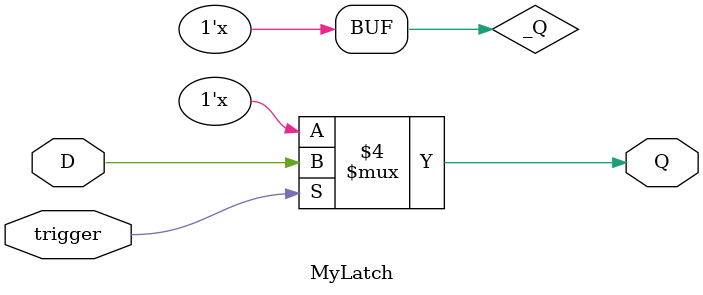
<source format=v>

module MyLatch (
	input wire D, 
	trigger, 
	output reg Q
	);

	// trigger = clock
	reg _Q;

	always @ (trigger, D) begin
		_Q = Q;
	
		if (trigger == 1'b1) Q = D;
		else Q = _Q;
	end

endmodule
</source>
